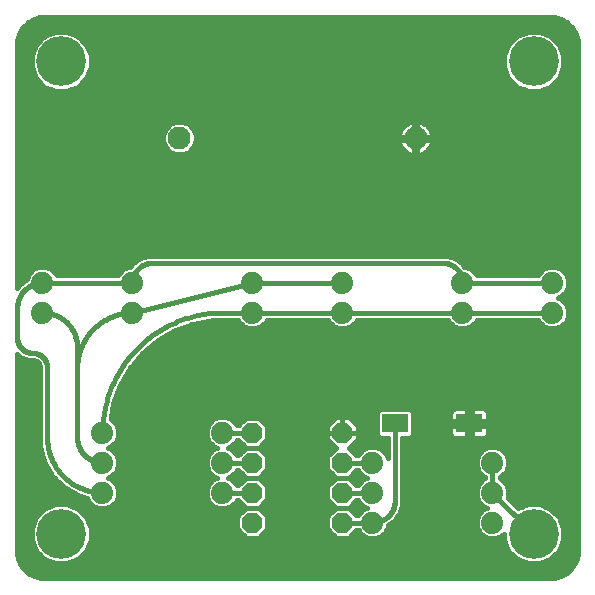
<source format=gtl>
G75*
%MOIN*%
%OFA0B0*%
%FSLAX25Y25*%
%IPPOS*%
%LPD*%
%AMOC8*
5,1,8,0,0,1.08239X$1,22.5*
%
%ADD10C,0.07677*%
%ADD11C,0.07400*%
%ADD12R,0.09055X0.06299*%
%ADD13OC8,0.06800*%
%ADD14C,0.01600*%
%ADD15C,0.05906*%
%ADD16C,0.16598*%
D10*
X0072366Y0164886D03*
X0151106Y0164886D03*
D11*
X0166736Y0116736D03*
X0166736Y0106736D03*
X0196736Y0106736D03*
X0196736Y0116736D03*
X0176736Y0056736D03*
X0176736Y0046736D03*
X0176736Y0036736D03*
X0136736Y0036736D03*
X0136736Y0046736D03*
X0136736Y0056736D03*
X0126736Y0106736D03*
X0126736Y0116736D03*
X0096736Y0116736D03*
X0096736Y0106736D03*
X0056736Y0106736D03*
X0056736Y0116736D03*
X0026736Y0116736D03*
X0026736Y0106736D03*
X0046736Y0066736D03*
X0046736Y0056736D03*
X0046736Y0046736D03*
X0086736Y0046736D03*
X0086736Y0056736D03*
X0086736Y0066736D03*
D12*
X0144217Y0069807D03*
X0169020Y0069807D03*
D13*
X0126736Y0066736D03*
X0126736Y0056736D03*
X0126736Y0046736D03*
X0126736Y0036736D03*
X0096736Y0036736D03*
X0096736Y0046736D03*
X0096736Y0056736D03*
X0096736Y0066736D03*
D14*
X0020536Y0021304D02*
X0202937Y0021304D01*
X0203420Y0021787D02*
X0201686Y0020052D01*
X0199562Y0018826D01*
X0197193Y0018191D01*
X0195966Y0018111D01*
X0027506Y0018111D01*
X0026280Y0018191D01*
X0023911Y0018826D01*
X0021787Y0020052D01*
X0020052Y0021787D01*
X0018826Y0023911D01*
X0018191Y0026280D01*
X0018111Y0027506D01*
X0018111Y0093046D01*
X0019119Y0092038D01*
X0019119Y0092038D01*
X0021839Y0090911D01*
X0023311Y0090911D01*
X0023818Y0090861D01*
X0024755Y0090473D01*
X0025473Y0089755D01*
X0025861Y0088818D01*
X0025911Y0088311D01*
X0025911Y0062420D01*
X0027330Y0057123D01*
X0030072Y0052374D01*
X0033949Y0048497D01*
X0033949Y0048497D01*
X0038698Y0045755D01*
X0041744Y0044939D01*
X0042243Y0043734D01*
X0043734Y0042243D01*
X0045682Y0041436D01*
X0047790Y0041436D01*
X0049738Y0042243D01*
X0051229Y0043734D01*
X0052036Y0045682D01*
X0052036Y0047790D01*
X0051229Y0049738D01*
X0049738Y0051229D01*
X0048515Y0051736D01*
X0049738Y0052243D01*
X0051229Y0053734D01*
X0052036Y0055682D01*
X0052036Y0057790D01*
X0051229Y0059738D01*
X0049738Y0061229D01*
X0048515Y0061736D01*
X0049738Y0062243D01*
X0051229Y0063734D01*
X0052036Y0065682D01*
X0052036Y0067790D01*
X0051229Y0069738D01*
X0049738Y0071229D01*
X0049510Y0071324D01*
X0050417Y0076468D01*
X0052659Y0082627D01*
X0055936Y0088303D01*
X0060149Y0093323D01*
X0065170Y0097536D01*
X0070846Y0100813D01*
X0077005Y0103055D01*
X0083459Y0104193D01*
X0086736Y0104336D01*
X0091994Y0104336D01*
X0092243Y0103734D01*
X0093734Y0102243D01*
X0095682Y0101436D01*
X0097790Y0101436D01*
X0099738Y0102243D01*
X0101229Y0103734D01*
X0101479Y0104336D01*
X0121994Y0104336D01*
X0122243Y0103734D01*
X0123734Y0102243D01*
X0125682Y0101436D01*
X0127790Y0101436D01*
X0129738Y0102243D01*
X0131229Y0103734D01*
X0131479Y0104336D01*
X0161994Y0104336D01*
X0162243Y0103734D01*
X0163734Y0102243D01*
X0165682Y0101436D01*
X0167790Y0101436D01*
X0169738Y0102243D01*
X0171229Y0103734D01*
X0171479Y0104336D01*
X0191994Y0104336D01*
X0192243Y0103734D01*
X0193734Y0102243D01*
X0195682Y0101436D01*
X0197790Y0101436D01*
X0199738Y0102243D01*
X0201229Y0103734D01*
X0202036Y0105682D01*
X0202036Y0107790D01*
X0201229Y0109738D01*
X0199738Y0111229D01*
X0198515Y0111736D01*
X0199738Y0112243D01*
X0201229Y0113734D01*
X0202036Y0115682D01*
X0202036Y0117790D01*
X0201229Y0119738D01*
X0199738Y0121229D01*
X0197790Y0122036D01*
X0195682Y0122036D01*
X0193734Y0121229D01*
X0192243Y0119738D01*
X0191994Y0119136D01*
X0171479Y0119136D01*
X0171229Y0119738D01*
X0169738Y0121229D01*
X0167790Y0122036D01*
X0167404Y0122036D01*
X0166587Y0123161D01*
X0166587Y0123161D01*
X0166587Y0123161D01*
X0164287Y0124832D01*
X0164287Y0124832D01*
X0161583Y0125711D01*
X0062834Y0125711D01*
X0061890Y0125711D01*
X0061890Y0125711D01*
X0059186Y0124832D01*
X0056886Y0123161D01*
X0056068Y0122036D01*
X0055682Y0122036D01*
X0053734Y0121229D01*
X0052243Y0119738D01*
X0051994Y0119136D01*
X0031479Y0119136D01*
X0031229Y0119738D01*
X0029738Y0121229D01*
X0027790Y0122036D01*
X0025682Y0122036D01*
X0023734Y0121229D01*
X0022243Y0119738D01*
X0021466Y0117863D01*
X0018986Y0116061D01*
X0018111Y0114856D01*
X0018111Y0195966D01*
X0018191Y0197193D01*
X0018826Y0199562D01*
X0020052Y0201686D01*
X0021787Y0203420D01*
X0023911Y0204646D01*
X0026280Y0205281D01*
X0027506Y0205361D01*
X0195966Y0205361D01*
X0197193Y0205281D01*
X0199562Y0204646D01*
X0201686Y0203420D01*
X0203420Y0201686D01*
X0204646Y0199562D01*
X0205281Y0197193D01*
X0205361Y0195966D01*
X0205361Y0027506D01*
X0205281Y0026280D01*
X0204646Y0023911D01*
X0203420Y0021787D01*
X0204064Y0022902D02*
X0019409Y0022902D01*
X0018668Y0024501D02*
X0027638Y0024501D01*
X0027389Y0024604D02*
X0031027Y0023097D01*
X0034965Y0023097D01*
X0038604Y0024604D01*
X0041388Y0027389D01*
X0042895Y0031027D01*
X0042895Y0034965D01*
X0041388Y0038604D01*
X0038604Y0041388D01*
X0034965Y0042895D01*
X0031027Y0042895D01*
X0027389Y0041388D01*
X0024604Y0038604D01*
X0023097Y0034965D01*
X0023097Y0031027D01*
X0024604Y0027389D01*
X0027389Y0024604D01*
X0025893Y0026099D02*
X0018240Y0026099D01*
X0018111Y0027698D02*
X0024476Y0027698D01*
X0023814Y0029296D02*
X0018111Y0029296D01*
X0018111Y0030895D02*
X0023152Y0030895D01*
X0023097Y0032493D02*
X0018111Y0032493D01*
X0018111Y0034092D02*
X0023097Y0034092D01*
X0023397Y0035690D02*
X0018111Y0035690D01*
X0018111Y0037289D02*
X0024059Y0037289D01*
X0024888Y0038887D02*
X0018111Y0038887D01*
X0018111Y0040486D02*
X0026486Y0040486D01*
X0029069Y0042084D02*
X0018111Y0042084D01*
X0018111Y0043683D02*
X0042294Y0043683D01*
X0044118Y0042084D02*
X0036923Y0042084D01*
X0039506Y0040486D02*
X0093415Y0040486D01*
X0094665Y0041736D02*
X0091736Y0038807D01*
X0091736Y0034665D01*
X0094665Y0031736D01*
X0098807Y0031736D01*
X0101736Y0034665D01*
X0101736Y0038807D01*
X0098807Y0041736D01*
X0094665Y0041736D01*
X0098807Y0041736D01*
X0101736Y0044665D01*
X0101736Y0048807D01*
X0098807Y0051736D01*
X0094665Y0051736D01*
X0092065Y0049136D01*
X0091479Y0049136D01*
X0091229Y0049738D01*
X0089738Y0051229D01*
X0088515Y0051736D01*
X0089738Y0052243D01*
X0091229Y0053734D01*
X0091479Y0054336D01*
X0092065Y0054336D01*
X0094665Y0051736D01*
X0098807Y0051736D01*
X0101736Y0054665D01*
X0101736Y0058807D01*
X0098807Y0061736D01*
X0094665Y0061736D01*
X0092065Y0059136D01*
X0091479Y0059136D01*
X0091229Y0059738D01*
X0089738Y0061229D01*
X0088515Y0061736D01*
X0089738Y0062243D01*
X0091229Y0063734D01*
X0091479Y0064336D01*
X0092065Y0064336D01*
X0094665Y0061736D01*
X0098807Y0061736D01*
X0101736Y0064665D01*
X0101736Y0068807D01*
X0098807Y0071736D01*
X0094665Y0071736D01*
X0092065Y0069136D01*
X0091479Y0069136D01*
X0091229Y0069738D01*
X0089738Y0071229D01*
X0087790Y0072036D01*
X0085682Y0072036D01*
X0083734Y0071229D01*
X0082243Y0069738D01*
X0081436Y0067790D01*
X0081436Y0065682D01*
X0082243Y0063734D01*
X0083734Y0062243D01*
X0084958Y0061736D01*
X0083734Y0061229D01*
X0082243Y0059738D01*
X0081436Y0057790D01*
X0081436Y0055682D01*
X0082243Y0053734D01*
X0083734Y0052243D01*
X0084958Y0051736D01*
X0083734Y0051229D01*
X0082243Y0049738D01*
X0081436Y0047790D01*
X0081436Y0045682D01*
X0082243Y0043734D01*
X0083734Y0042243D01*
X0085682Y0041436D01*
X0087790Y0041436D01*
X0089738Y0042243D01*
X0091229Y0043734D01*
X0091479Y0044336D01*
X0092065Y0044336D01*
X0094665Y0041736D01*
X0094317Y0042084D02*
X0089355Y0042084D01*
X0091178Y0043683D02*
X0092719Y0043683D01*
X0091816Y0038887D02*
X0041105Y0038887D01*
X0041933Y0037289D02*
X0091736Y0037289D01*
X0091736Y0035690D02*
X0042595Y0035690D01*
X0042895Y0034092D02*
X0092310Y0034092D01*
X0093908Y0032493D02*
X0042895Y0032493D01*
X0042840Y0030895D02*
X0180632Y0030895D01*
X0180577Y0031027D02*
X0182084Y0027389D01*
X0184869Y0024604D01*
X0188507Y0023097D01*
X0192445Y0023097D01*
X0196084Y0024604D01*
X0198869Y0027389D01*
X0200376Y0031027D01*
X0200376Y0034965D01*
X0198869Y0038604D01*
X0196084Y0041388D01*
X0192445Y0042895D01*
X0188507Y0042895D01*
X0185300Y0041567D01*
X0181787Y0045080D01*
X0182036Y0045682D01*
X0182036Y0047790D01*
X0181229Y0049738D01*
X0179738Y0051229D01*
X0179136Y0051479D01*
X0179136Y0051994D01*
X0179738Y0052243D01*
X0181229Y0053734D01*
X0182036Y0055682D01*
X0182036Y0057790D01*
X0181229Y0059738D01*
X0179738Y0061229D01*
X0177790Y0062036D01*
X0175682Y0062036D01*
X0173734Y0061229D01*
X0172243Y0059738D01*
X0171436Y0057790D01*
X0171436Y0055682D01*
X0172243Y0053734D01*
X0173734Y0052243D01*
X0174336Y0051994D01*
X0174336Y0051479D01*
X0173734Y0051229D01*
X0172243Y0049738D01*
X0171436Y0047790D01*
X0171436Y0045682D01*
X0172243Y0043734D01*
X0173734Y0042243D01*
X0174958Y0041736D01*
X0173734Y0041229D01*
X0172243Y0039738D01*
X0171436Y0037790D01*
X0171436Y0035682D01*
X0172243Y0033734D01*
X0173734Y0032243D01*
X0175682Y0031436D01*
X0177790Y0031436D01*
X0179738Y0032243D01*
X0180577Y0033082D01*
X0180577Y0031027D01*
X0180577Y0032493D02*
X0179988Y0032493D01*
X0181294Y0029296D02*
X0042178Y0029296D01*
X0041516Y0027698D02*
X0181956Y0027698D01*
X0183374Y0026099D02*
X0040099Y0026099D01*
X0038354Y0024501D02*
X0185118Y0024501D01*
X0190476Y0032996D02*
X0176736Y0046736D01*
X0176736Y0056736D01*
X0181701Y0054872D02*
X0205361Y0054872D01*
X0205361Y0053274D02*
X0180769Y0053274D01*
X0179136Y0051675D02*
X0205361Y0051675D01*
X0205361Y0050077D02*
X0180891Y0050077D01*
X0181751Y0048478D02*
X0205361Y0048478D01*
X0205361Y0046880D02*
X0182036Y0046880D01*
X0181870Y0045281D02*
X0205361Y0045281D01*
X0205361Y0043683D02*
X0183184Y0043683D01*
X0184782Y0042084D02*
X0186549Y0042084D01*
X0194403Y0042084D02*
X0205361Y0042084D01*
X0205361Y0040486D02*
X0196986Y0040486D01*
X0198585Y0038887D02*
X0205361Y0038887D01*
X0205361Y0037289D02*
X0199413Y0037289D01*
X0200075Y0035690D02*
X0205361Y0035690D01*
X0205361Y0034092D02*
X0200376Y0034092D01*
X0200376Y0032493D02*
X0205361Y0032493D01*
X0205361Y0030895D02*
X0200321Y0030895D01*
X0199659Y0029296D02*
X0205361Y0029296D01*
X0205361Y0027698D02*
X0198997Y0027698D01*
X0197579Y0026099D02*
X0205233Y0026099D01*
X0204804Y0024501D02*
X0195834Y0024501D01*
X0201084Y0019705D02*
X0022388Y0019705D01*
X0018111Y0045281D02*
X0040468Y0045281D01*
X0038698Y0045755D02*
X0038698Y0045755D01*
X0036751Y0046880D02*
X0018111Y0046880D01*
X0018111Y0048478D02*
X0033982Y0048478D01*
X0032370Y0050077D02*
X0018111Y0050077D01*
X0018111Y0051675D02*
X0030771Y0051675D01*
X0030072Y0052374D02*
X0030072Y0052374D01*
X0029553Y0053274D02*
X0018111Y0053274D01*
X0018111Y0054872D02*
X0028630Y0054872D01*
X0027707Y0056471D02*
X0018111Y0056471D01*
X0018111Y0058069D02*
X0027077Y0058069D01*
X0027330Y0057123D02*
X0027330Y0057123D01*
X0026648Y0059668D02*
X0018111Y0059668D01*
X0018111Y0061266D02*
X0026220Y0061266D01*
X0025911Y0062865D02*
X0018111Y0062865D01*
X0018111Y0064463D02*
X0025911Y0064463D01*
X0025911Y0066062D02*
X0018111Y0066062D01*
X0018111Y0067660D02*
X0025911Y0067660D01*
X0025911Y0069259D02*
X0018111Y0069259D01*
X0018111Y0070857D02*
X0025911Y0070857D01*
X0025911Y0072456D02*
X0018111Y0072456D01*
X0018111Y0074054D02*
X0025911Y0074054D01*
X0025911Y0075653D02*
X0018111Y0075653D01*
X0018111Y0077251D02*
X0025911Y0077251D01*
X0025911Y0078850D02*
X0018111Y0078850D01*
X0018111Y0080448D02*
X0025911Y0080448D01*
X0025911Y0082047D02*
X0018111Y0082047D01*
X0018111Y0083646D02*
X0025911Y0083646D01*
X0025911Y0085244D02*
X0018111Y0085244D01*
X0018111Y0086843D02*
X0025911Y0086843D01*
X0025898Y0088441D02*
X0018111Y0088441D01*
X0018111Y0090040D02*
X0025189Y0090040D01*
X0028311Y0088311D02*
X0028309Y0088451D01*
X0028303Y0088591D01*
X0028293Y0088731D01*
X0028280Y0088871D01*
X0028262Y0089010D01*
X0028240Y0089149D01*
X0028215Y0089286D01*
X0028186Y0089424D01*
X0028153Y0089560D01*
X0028116Y0089695D01*
X0028075Y0089829D01*
X0028030Y0089962D01*
X0027982Y0090094D01*
X0027930Y0090224D01*
X0027875Y0090353D01*
X0027816Y0090480D01*
X0027753Y0090606D01*
X0027687Y0090730D01*
X0027618Y0090851D01*
X0027545Y0090971D01*
X0027468Y0091089D01*
X0027389Y0091204D01*
X0027306Y0091318D01*
X0027220Y0091428D01*
X0027131Y0091537D01*
X0027039Y0091643D01*
X0026944Y0091746D01*
X0026847Y0091847D01*
X0026746Y0091944D01*
X0026643Y0092039D01*
X0026537Y0092131D01*
X0026428Y0092220D01*
X0026318Y0092306D01*
X0026204Y0092389D01*
X0026089Y0092468D01*
X0025971Y0092545D01*
X0025851Y0092618D01*
X0025730Y0092687D01*
X0025606Y0092753D01*
X0025480Y0092816D01*
X0025353Y0092875D01*
X0025224Y0092930D01*
X0025094Y0092982D01*
X0024962Y0093030D01*
X0024829Y0093075D01*
X0024695Y0093116D01*
X0024560Y0093153D01*
X0024424Y0093186D01*
X0024286Y0093215D01*
X0024149Y0093240D01*
X0024010Y0093262D01*
X0023871Y0093280D01*
X0023731Y0093293D01*
X0023591Y0093303D01*
X0023451Y0093309D01*
X0023311Y0093311D01*
X0026736Y0106736D02*
X0027016Y0106733D01*
X0027295Y0106722D01*
X0027574Y0106706D01*
X0027853Y0106682D01*
X0028131Y0106652D01*
X0028408Y0106615D01*
X0028685Y0106571D01*
X0028960Y0106520D01*
X0029234Y0106463D01*
X0029506Y0106400D01*
X0029777Y0106329D01*
X0030046Y0106253D01*
X0030313Y0106169D01*
X0030578Y0106080D01*
X0030841Y0105984D01*
X0031101Y0105881D01*
X0031359Y0105773D01*
X0031614Y0105658D01*
X0031866Y0105537D01*
X0032115Y0105410D01*
X0032361Y0105277D01*
X0032604Y0105138D01*
X0032843Y0104994D01*
X0033079Y0104843D01*
X0033311Y0104687D01*
X0033540Y0104525D01*
X0033764Y0104358D01*
X0033984Y0104186D01*
X0034200Y0104008D01*
X0034412Y0103825D01*
X0034619Y0103637D01*
X0034821Y0103444D01*
X0035019Y0103246D01*
X0035212Y0103044D01*
X0035400Y0102837D01*
X0035583Y0102625D01*
X0035761Y0102409D01*
X0035933Y0102189D01*
X0036100Y0101965D01*
X0036262Y0101736D01*
X0036418Y0101504D01*
X0036569Y0101268D01*
X0036713Y0101029D01*
X0036852Y0100786D01*
X0036985Y0100540D01*
X0037112Y0100291D01*
X0037233Y0100039D01*
X0037348Y0099784D01*
X0037456Y0099526D01*
X0037559Y0099266D01*
X0037655Y0099003D01*
X0037744Y0098738D01*
X0037828Y0098471D01*
X0037904Y0098202D01*
X0037975Y0097931D01*
X0038038Y0097659D01*
X0038095Y0097385D01*
X0038146Y0097110D01*
X0038190Y0096833D01*
X0038227Y0096556D01*
X0038257Y0096278D01*
X0038281Y0095999D01*
X0038297Y0095720D01*
X0038308Y0095441D01*
X0038311Y0095161D01*
X0038311Y0088311D01*
X0038311Y0083311D01*
X0038311Y0065161D01*
X0038313Y0064957D01*
X0038321Y0064754D01*
X0038333Y0064551D01*
X0038350Y0064348D01*
X0038372Y0064145D01*
X0038399Y0063944D01*
X0038431Y0063743D01*
X0038468Y0063542D01*
X0038509Y0063343D01*
X0038556Y0063145D01*
X0038607Y0062948D01*
X0038663Y0062752D01*
X0038723Y0062558D01*
X0038789Y0062365D01*
X0038858Y0062173D01*
X0038933Y0061984D01*
X0039012Y0061796D01*
X0039096Y0061611D01*
X0039184Y0061427D01*
X0039276Y0061246D01*
X0039373Y0061067D01*
X0039474Y0060890D01*
X0039579Y0060716D01*
X0039689Y0060544D01*
X0039802Y0060375D01*
X0039920Y0060209D01*
X0040042Y0060046D01*
X0040167Y0059885D01*
X0040297Y0059728D01*
X0040430Y0059574D01*
X0040567Y0059423D01*
X0040707Y0059276D01*
X0040851Y0059132D01*
X0040998Y0058992D01*
X0041149Y0058855D01*
X0041303Y0058722D01*
X0041460Y0058592D01*
X0041621Y0058467D01*
X0041784Y0058345D01*
X0041950Y0058227D01*
X0042119Y0058114D01*
X0042291Y0058004D01*
X0042465Y0057899D01*
X0042642Y0057798D01*
X0042821Y0057701D01*
X0043002Y0057609D01*
X0043186Y0057521D01*
X0043371Y0057437D01*
X0043559Y0057358D01*
X0043748Y0057283D01*
X0043940Y0057214D01*
X0044133Y0057148D01*
X0044327Y0057088D01*
X0044523Y0057032D01*
X0044720Y0056981D01*
X0044918Y0056934D01*
X0045117Y0056893D01*
X0045318Y0056856D01*
X0045519Y0056824D01*
X0045720Y0056797D01*
X0045923Y0056775D01*
X0046126Y0056758D01*
X0046329Y0056746D01*
X0046532Y0056738D01*
X0046736Y0056736D01*
X0050769Y0053274D02*
X0082703Y0053274D01*
X0081772Y0054872D02*
X0051701Y0054872D01*
X0052036Y0056471D02*
X0081436Y0056471D01*
X0081552Y0058069D02*
X0051921Y0058069D01*
X0051259Y0059668D02*
X0082214Y0059668D01*
X0083823Y0061266D02*
X0049649Y0061266D01*
X0050360Y0062865D02*
X0083112Y0062865D01*
X0081941Y0064463D02*
X0051531Y0064463D01*
X0052036Y0066062D02*
X0081436Y0066062D01*
X0081436Y0067660D02*
X0052036Y0067660D01*
X0051428Y0069259D02*
X0082044Y0069259D01*
X0083362Y0070857D02*
X0050110Y0070857D01*
X0049710Y0072456D02*
X0138089Y0072456D01*
X0138089Y0073619D02*
X0138089Y0065995D01*
X0139026Y0065057D01*
X0141817Y0065057D01*
X0141817Y0058321D01*
X0141229Y0059738D01*
X0139738Y0061229D01*
X0137790Y0062036D01*
X0135682Y0062036D01*
X0133734Y0061229D01*
X0132243Y0059738D01*
X0131994Y0059136D01*
X0131407Y0059136D01*
X0128949Y0061595D01*
X0131936Y0064582D01*
X0131936Y0066736D01*
X0126736Y0066736D01*
X0121536Y0066736D01*
X0121536Y0064582D01*
X0124524Y0061595D01*
X0121736Y0058807D01*
X0121736Y0054665D01*
X0124665Y0051736D01*
X0121736Y0048807D01*
X0121736Y0044665D01*
X0124665Y0041736D01*
X0121736Y0038807D01*
X0121736Y0034665D01*
X0124665Y0031736D01*
X0128807Y0031736D01*
X0131407Y0034336D01*
X0131994Y0034336D01*
X0132243Y0033734D01*
X0133734Y0032243D01*
X0135682Y0031436D01*
X0137790Y0031436D01*
X0139738Y0032243D01*
X0141229Y0033734D01*
X0142036Y0035682D01*
X0142036Y0035854D01*
X0143810Y0037143D01*
X0145649Y0039675D01*
X0146617Y0042652D01*
X0146617Y0065057D01*
X0149407Y0065057D01*
X0150344Y0065995D01*
X0150344Y0073619D01*
X0149407Y0074557D01*
X0139026Y0074557D01*
X0138089Y0073619D01*
X0138524Y0074054D02*
X0049992Y0074054D01*
X0050274Y0075653D02*
X0205361Y0075653D01*
X0205361Y0077251D02*
X0050703Y0077251D01*
X0051284Y0078850D02*
X0205361Y0078850D01*
X0205361Y0080448D02*
X0051866Y0080448D01*
X0052448Y0082047D02*
X0205361Y0082047D01*
X0205361Y0083646D02*
X0053247Y0083646D01*
X0054170Y0085244D02*
X0205361Y0085244D01*
X0205361Y0086843D02*
X0055093Y0086843D01*
X0056052Y0088441D02*
X0205361Y0088441D01*
X0205361Y0090040D02*
X0057393Y0090040D01*
X0056736Y0106736D02*
X0056291Y0106731D01*
X0055846Y0106714D01*
X0055401Y0106688D01*
X0054958Y0106650D01*
X0054515Y0106602D01*
X0054074Y0106543D01*
X0053634Y0106473D01*
X0053196Y0106393D01*
X0052760Y0106302D01*
X0052327Y0106201D01*
X0051896Y0106089D01*
X0051467Y0105967D01*
X0051042Y0105834D01*
X0050621Y0105692D01*
X0050202Y0105539D01*
X0049788Y0105376D01*
X0049378Y0105203D01*
X0048972Y0105020D01*
X0048570Y0104828D01*
X0048173Y0104626D01*
X0047782Y0104414D01*
X0047395Y0104193D01*
X0047014Y0103962D01*
X0046639Y0103723D01*
X0046269Y0103474D01*
X0045906Y0103217D01*
X0045549Y0102951D01*
X0045199Y0102676D01*
X0044855Y0102394D01*
X0044518Y0102102D01*
X0044188Y0101803D01*
X0043866Y0101496D01*
X0043551Y0101181D01*
X0043244Y0100859D01*
X0042945Y0100529D01*
X0042653Y0100192D01*
X0042371Y0099848D01*
X0042096Y0099498D01*
X0041830Y0099141D01*
X0041573Y0098778D01*
X0041324Y0098408D01*
X0041085Y0098033D01*
X0040854Y0097652D01*
X0040633Y0097265D01*
X0040421Y0096874D01*
X0040219Y0096477D01*
X0040027Y0096075D01*
X0039844Y0095669D01*
X0039671Y0095259D01*
X0039508Y0094845D01*
X0039355Y0094426D01*
X0039213Y0094005D01*
X0039080Y0093580D01*
X0038958Y0093151D01*
X0038846Y0092720D01*
X0038745Y0092287D01*
X0038654Y0091851D01*
X0038574Y0091413D01*
X0038504Y0090973D01*
X0038445Y0090532D01*
X0038397Y0090089D01*
X0038359Y0089646D01*
X0038333Y0089201D01*
X0038316Y0088756D01*
X0038311Y0088311D01*
X0028311Y0088311D02*
X0028311Y0065161D01*
X0028316Y0064716D01*
X0028333Y0064271D01*
X0028359Y0063826D01*
X0028397Y0063383D01*
X0028445Y0062940D01*
X0028504Y0062499D01*
X0028574Y0062059D01*
X0028654Y0061621D01*
X0028745Y0061185D01*
X0028846Y0060752D01*
X0028958Y0060321D01*
X0029080Y0059892D01*
X0029213Y0059467D01*
X0029355Y0059046D01*
X0029508Y0058627D01*
X0029671Y0058213D01*
X0029844Y0057803D01*
X0030027Y0057397D01*
X0030219Y0056995D01*
X0030421Y0056598D01*
X0030633Y0056207D01*
X0030854Y0055820D01*
X0031085Y0055439D01*
X0031324Y0055064D01*
X0031573Y0054694D01*
X0031830Y0054331D01*
X0032096Y0053974D01*
X0032371Y0053624D01*
X0032653Y0053280D01*
X0032945Y0052943D01*
X0033244Y0052613D01*
X0033551Y0052291D01*
X0033866Y0051976D01*
X0034188Y0051669D01*
X0034518Y0051370D01*
X0034855Y0051078D01*
X0035199Y0050796D01*
X0035549Y0050521D01*
X0035906Y0050255D01*
X0036269Y0049998D01*
X0036639Y0049749D01*
X0037014Y0049510D01*
X0037395Y0049279D01*
X0037782Y0049058D01*
X0038173Y0048846D01*
X0038570Y0048644D01*
X0038972Y0048452D01*
X0039378Y0048269D01*
X0039788Y0048096D01*
X0040202Y0047933D01*
X0040621Y0047780D01*
X0041042Y0047638D01*
X0041467Y0047505D01*
X0041896Y0047383D01*
X0042327Y0047271D01*
X0042760Y0047170D01*
X0043196Y0047079D01*
X0043634Y0046999D01*
X0044074Y0046929D01*
X0044515Y0046870D01*
X0044958Y0046822D01*
X0045401Y0046784D01*
X0045846Y0046758D01*
X0046291Y0046741D01*
X0046736Y0046736D01*
X0050891Y0050077D02*
X0082581Y0050077D01*
X0081721Y0048478D02*
X0051751Y0048478D01*
X0052036Y0046880D02*
X0081436Y0046880D01*
X0081602Y0045281D02*
X0051870Y0045281D01*
X0051178Y0043683D02*
X0082294Y0043683D01*
X0084118Y0042084D02*
X0049355Y0042084D01*
X0048662Y0051675D02*
X0084811Y0051675D01*
X0088662Y0051675D02*
X0094604Y0051675D01*
X0093128Y0053274D02*
X0090769Y0053274D01*
X0090891Y0050077D02*
X0093006Y0050077D01*
X0096736Y0046736D02*
X0086736Y0046736D01*
X0086736Y0056736D02*
X0096736Y0056736D01*
X0100345Y0053274D02*
X0123128Y0053274D01*
X0121736Y0054872D02*
X0101736Y0054872D01*
X0101736Y0056471D02*
X0121736Y0056471D01*
X0121736Y0058069D02*
X0101736Y0058069D01*
X0100876Y0059668D02*
X0122597Y0059668D01*
X0124195Y0061266D02*
X0099277Y0061266D01*
X0099936Y0062865D02*
X0123254Y0062865D01*
X0121655Y0064463D02*
X0101534Y0064463D01*
X0101736Y0066062D02*
X0121536Y0066062D01*
X0121536Y0066736D02*
X0126736Y0066736D01*
X0126736Y0066736D01*
X0126736Y0071936D01*
X0124582Y0071936D01*
X0121536Y0068890D01*
X0121536Y0066736D01*
X0121536Y0067660D02*
X0101736Y0067660D01*
X0101285Y0069259D02*
X0121905Y0069259D01*
X0123504Y0070857D02*
X0099686Y0070857D01*
X0096736Y0066736D02*
X0086736Y0066736D01*
X0086736Y0106736D02*
X0085769Y0106724D01*
X0084803Y0106689D01*
X0083839Y0106631D01*
X0082875Y0106549D01*
X0081915Y0106444D01*
X0080956Y0106316D01*
X0080002Y0106165D01*
X0079051Y0105991D01*
X0078105Y0105794D01*
X0077163Y0105574D01*
X0076228Y0105331D01*
X0075298Y0105066D01*
X0074375Y0104778D01*
X0073460Y0104468D01*
X0072552Y0104137D01*
X0071652Y0103783D01*
X0070761Y0103408D01*
X0069880Y0103011D01*
X0069008Y0102593D01*
X0068147Y0102154D01*
X0067297Y0101695D01*
X0066458Y0101215D01*
X0065630Y0100715D01*
X0064815Y0100195D01*
X0064013Y0099655D01*
X0063225Y0099097D01*
X0062449Y0098519D01*
X0061689Y0097923D01*
X0060942Y0097309D01*
X0060211Y0096676D01*
X0059495Y0096027D01*
X0058796Y0095360D01*
X0058112Y0094676D01*
X0057445Y0093977D01*
X0056796Y0093261D01*
X0056163Y0092530D01*
X0055549Y0091783D01*
X0054953Y0091023D01*
X0054375Y0090247D01*
X0053817Y0089459D01*
X0053277Y0088657D01*
X0052757Y0087842D01*
X0052257Y0087014D01*
X0051777Y0086175D01*
X0051318Y0085325D01*
X0050879Y0084464D01*
X0050461Y0083592D01*
X0050064Y0082711D01*
X0049689Y0081820D01*
X0049335Y0080920D01*
X0049004Y0080012D01*
X0048694Y0079097D01*
X0048406Y0078174D01*
X0048141Y0077244D01*
X0047898Y0076309D01*
X0047678Y0075367D01*
X0047481Y0074421D01*
X0047307Y0073470D01*
X0047156Y0072516D01*
X0047028Y0071557D01*
X0046923Y0070597D01*
X0046841Y0069633D01*
X0046783Y0068669D01*
X0046748Y0067703D01*
X0046736Y0066736D01*
X0058735Y0091638D02*
X0205361Y0091638D01*
X0205361Y0093237D02*
X0060076Y0093237D01*
X0061951Y0094835D02*
X0205361Y0094835D01*
X0205361Y0096434D02*
X0063856Y0096434D01*
X0066028Y0098032D02*
X0205361Y0098032D01*
X0205361Y0099631D02*
X0068797Y0099631D01*
X0071988Y0101229D02*
X0205361Y0101229D01*
X0205361Y0102828D02*
X0200323Y0102828D01*
X0201516Y0104426D02*
X0205361Y0104426D01*
X0205361Y0106025D02*
X0202036Y0106025D01*
X0202036Y0107623D02*
X0205361Y0107623D01*
X0205361Y0109222D02*
X0201443Y0109222D01*
X0200148Y0110820D02*
X0205361Y0110820D01*
X0205361Y0112419D02*
X0199914Y0112419D01*
X0201347Y0114017D02*
X0205361Y0114017D01*
X0205361Y0115616D02*
X0202009Y0115616D01*
X0202036Y0117214D02*
X0205361Y0117214D01*
X0205361Y0118813D02*
X0201613Y0118813D01*
X0200556Y0120411D02*
X0205361Y0120411D01*
X0205361Y0122010D02*
X0197854Y0122010D01*
X0195618Y0122010D02*
X0167854Y0122010D01*
X0165972Y0123608D02*
X0205361Y0123608D01*
X0205361Y0125207D02*
X0163135Y0125207D01*
X0160161Y0123311D02*
X0063311Y0123311D01*
X0060338Y0125207D02*
X0018111Y0125207D01*
X0018111Y0126805D02*
X0205361Y0126805D01*
X0205361Y0128404D02*
X0018111Y0128404D01*
X0018111Y0130002D02*
X0205361Y0130002D01*
X0205361Y0131601D02*
X0018111Y0131601D01*
X0018111Y0133199D02*
X0205361Y0133199D01*
X0205361Y0134798D02*
X0018111Y0134798D01*
X0018111Y0136396D02*
X0205361Y0136396D01*
X0205361Y0137995D02*
X0018111Y0137995D01*
X0018111Y0139593D02*
X0205361Y0139593D01*
X0205361Y0141192D02*
X0018111Y0141192D01*
X0018111Y0142790D02*
X0205361Y0142790D01*
X0205361Y0144389D02*
X0018111Y0144389D01*
X0018111Y0145987D02*
X0205361Y0145987D01*
X0205361Y0147586D02*
X0018111Y0147586D01*
X0018111Y0149184D02*
X0205361Y0149184D01*
X0205361Y0150783D02*
X0018111Y0150783D01*
X0018111Y0152382D02*
X0205361Y0152382D01*
X0205361Y0153980D02*
X0018111Y0153980D01*
X0018111Y0155579D02*
X0205361Y0155579D01*
X0205361Y0157177D02*
X0018111Y0157177D01*
X0018111Y0158776D02*
X0205361Y0158776D01*
X0205361Y0160374D02*
X0154489Y0160374D01*
X0154780Y0160585D02*
X0155407Y0161213D01*
X0155929Y0161931D01*
X0156332Y0162721D01*
X0156606Y0163565D01*
X0156739Y0164406D01*
X0151586Y0164406D01*
X0151586Y0159253D01*
X0152427Y0159386D01*
X0153271Y0159660D01*
X0154062Y0160063D01*
X0154780Y0160585D01*
X0155950Y0161973D02*
X0205361Y0161973D01*
X0205361Y0163571D02*
X0156607Y0163571D01*
X0156739Y0165365D02*
X0156606Y0166206D01*
X0156332Y0167050D01*
X0155929Y0167841D01*
X0155407Y0168559D01*
X0154780Y0169187D01*
X0154062Y0169708D01*
X0153271Y0170111D01*
X0152427Y0170386D01*
X0151586Y0170519D01*
X0151586Y0165365D01*
X0156739Y0165365D01*
X0156423Y0166768D02*
X0205361Y0166768D01*
X0205361Y0165170D02*
X0151586Y0165170D01*
X0151586Y0165365D02*
X0151586Y0164406D01*
X0150627Y0164406D01*
X0150627Y0159253D01*
X0149786Y0159386D01*
X0148942Y0159660D01*
X0148151Y0160063D01*
X0147433Y0160585D01*
X0146805Y0161213D01*
X0146284Y0161931D01*
X0145881Y0162721D01*
X0145607Y0163565D01*
X0145473Y0164406D01*
X0150627Y0164406D01*
X0150627Y0165365D01*
X0145473Y0165365D01*
X0145607Y0166206D01*
X0145881Y0167050D01*
X0146284Y0167841D01*
X0146805Y0168559D01*
X0147433Y0169187D01*
X0148151Y0169708D01*
X0148942Y0170111D01*
X0149786Y0170386D01*
X0150627Y0170519D01*
X0150627Y0165365D01*
X0151586Y0165365D01*
X0150627Y0165170D02*
X0077805Y0165170D01*
X0077805Y0165968D02*
X0077805Y0163804D01*
X0076977Y0161805D01*
X0075447Y0160275D01*
X0073448Y0159447D01*
X0071284Y0159447D01*
X0069285Y0160275D01*
X0067756Y0161805D01*
X0066928Y0163804D01*
X0066928Y0165968D01*
X0067756Y0167967D01*
X0069285Y0169496D01*
X0071284Y0170324D01*
X0073448Y0170324D01*
X0075447Y0169496D01*
X0076977Y0167967D01*
X0077805Y0165968D01*
X0077473Y0166768D02*
X0145789Y0166768D01*
X0146666Y0168367D02*
X0076577Y0168367D01*
X0074315Y0169965D02*
X0148655Y0169965D01*
X0150627Y0169965D02*
X0151586Y0169965D01*
X0151586Y0168367D02*
X0150627Y0168367D01*
X0150627Y0166768D02*
X0151586Y0166768D01*
X0151586Y0163571D02*
X0150627Y0163571D01*
X0150627Y0161973D02*
X0151586Y0161973D01*
X0151586Y0160374D02*
X0150627Y0160374D01*
X0147723Y0160374D02*
X0075546Y0160374D01*
X0077046Y0161973D02*
X0146262Y0161973D01*
X0145606Y0163571D02*
X0077708Y0163571D01*
X0070417Y0169965D02*
X0018111Y0169965D01*
X0018111Y0168367D02*
X0068156Y0168367D01*
X0067259Y0166768D02*
X0018111Y0166768D01*
X0018111Y0165170D02*
X0066928Y0165170D01*
X0067024Y0163571D02*
X0018111Y0163571D01*
X0018111Y0161973D02*
X0067686Y0161973D01*
X0069187Y0160374D02*
X0018111Y0160374D01*
X0018111Y0171564D02*
X0205361Y0171564D01*
X0205361Y0173162D02*
X0018111Y0173162D01*
X0018111Y0174761D02*
X0205361Y0174761D01*
X0205361Y0176359D02*
X0018111Y0176359D01*
X0018111Y0177958D02*
X0205361Y0177958D01*
X0205361Y0179556D02*
X0018111Y0179556D01*
X0018111Y0181155D02*
X0029633Y0181155D01*
X0031027Y0180577D02*
X0034965Y0180577D01*
X0038604Y0182084D01*
X0041388Y0184869D01*
X0042895Y0188507D01*
X0042895Y0192445D01*
X0041388Y0196084D01*
X0038604Y0198869D01*
X0034965Y0200376D01*
X0031027Y0200376D01*
X0027389Y0198869D01*
X0024604Y0196084D01*
X0023097Y0192445D01*
X0023097Y0188507D01*
X0024604Y0184869D01*
X0027389Y0182084D01*
X0031027Y0180577D01*
X0026720Y0182753D02*
X0018111Y0182753D01*
X0018111Y0184352D02*
X0025121Y0184352D01*
X0024156Y0185950D02*
X0018111Y0185950D01*
X0018111Y0187549D02*
X0023494Y0187549D01*
X0023097Y0189147D02*
X0018111Y0189147D01*
X0018111Y0190746D02*
X0023097Y0190746D01*
X0023097Y0192344D02*
X0018111Y0192344D01*
X0018111Y0193943D02*
X0023717Y0193943D01*
X0024379Y0195541D02*
X0018111Y0195541D01*
X0018188Y0197140D02*
X0025660Y0197140D01*
X0027258Y0198738D02*
X0018606Y0198738D01*
X0018826Y0199562D02*
X0018826Y0199562D01*
X0019274Y0200337D02*
X0030933Y0200337D01*
X0035059Y0200337D02*
X0188414Y0200337D01*
X0188507Y0200376D02*
X0184869Y0198869D01*
X0182084Y0196084D01*
X0180577Y0192445D01*
X0180577Y0188507D01*
X0182084Y0184869D01*
X0184869Y0182084D01*
X0188507Y0180577D01*
X0192445Y0180577D01*
X0196084Y0182084D01*
X0198869Y0184869D01*
X0200376Y0188507D01*
X0200376Y0192445D01*
X0198869Y0196084D01*
X0196084Y0198869D01*
X0192445Y0200376D01*
X0188507Y0200376D01*
X0192539Y0200337D02*
X0204199Y0200337D01*
X0204867Y0198738D02*
X0196214Y0198738D01*
X0197813Y0197140D02*
X0205284Y0197140D01*
X0205361Y0195541D02*
X0199093Y0195541D01*
X0199755Y0193943D02*
X0205361Y0193943D01*
X0205361Y0192344D02*
X0200376Y0192344D01*
X0200376Y0190746D02*
X0205361Y0190746D01*
X0205361Y0189147D02*
X0200376Y0189147D01*
X0199979Y0187549D02*
X0205361Y0187549D01*
X0205361Y0185950D02*
X0199316Y0185950D01*
X0198351Y0184352D02*
X0205361Y0184352D01*
X0205361Y0182753D02*
X0196753Y0182753D01*
X0193840Y0181155D02*
X0205361Y0181155D01*
X0205361Y0169965D02*
X0153558Y0169965D01*
X0155547Y0168367D02*
X0205361Y0168367D01*
X0187113Y0181155D02*
X0036359Y0181155D01*
X0039273Y0182753D02*
X0184200Y0182753D01*
X0182601Y0184352D02*
X0040871Y0184352D01*
X0041836Y0185950D02*
X0181636Y0185950D01*
X0180974Y0187549D02*
X0042498Y0187549D01*
X0042895Y0189147D02*
X0180577Y0189147D01*
X0180577Y0190746D02*
X0042895Y0190746D01*
X0042895Y0192344D02*
X0180577Y0192344D01*
X0181197Y0193943D02*
X0042275Y0193943D01*
X0041613Y0195541D02*
X0181860Y0195541D01*
X0183140Y0197140D02*
X0040332Y0197140D01*
X0038734Y0198738D02*
X0184739Y0198738D01*
X0197747Y0205132D02*
X0025725Y0205132D01*
X0021984Y0203534D02*
X0201488Y0203534D01*
X0203170Y0201935D02*
X0020302Y0201935D01*
X0018111Y0123608D02*
X0057501Y0123608D01*
X0056886Y0123161D02*
X0056886Y0123161D01*
X0055618Y0122010D02*
X0027854Y0122010D01*
X0025618Y0122010D02*
X0018111Y0122010D01*
X0018111Y0120411D02*
X0022916Y0120411D01*
X0021860Y0118813D02*
X0018111Y0118813D01*
X0018111Y0117214D02*
X0020574Y0117214D01*
X0018986Y0116061D02*
X0018986Y0116061D01*
X0018986Y0116061D01*
X0018663Y0115616D02*
X0018111Y0115616D01*
X0018311Y0108311D02*
X0018311Y0098311D01*
X0018313Y0098171D01*
X0018319Y0098031D01*
X0018329Y0097891D01*
X0018342Y0097751D01*
X0018360Y0097612D01*
X0018382Y0097473D01*
X0018407Y0097336D01*
X0018436Y0097198D01*
X0018469Y0097062D01*
X0018506Y0096927D01*
X0018547Y0096793D01*
X0018592Y0096660D01*
X0018640Y0096528D01*
X0018692Y0096398D01*
X0018747Y0096269D01*
X0018806Y0096142D01*
X0018869Y0096016D01*
X0018935Y0095892D01*
X0019004Y0095771D01*
X0019077Y0095651D01*
X0019154Y0095533D01*
X0019233Y0095418D01*
X0019316Y0095304D01*
X0019402Y0095194D01*
X0019491Y0095085D01*
X0019583Y0094979D01*
X0019678Y0094876D01*
X0019775Y0094775D01*
X0019876Y0094678D01*
X0019979Y0094583D01*
X0020085Y0094491D01*
X0020194Y0094402D01*
X0020304Y0094316D01*
X0020418Y0094233D01*
X0020533Y0094154D01*
X0020651Y0094077D01*
X0020771Y0094004D01*
X0020892Y0093935D01*
X0021016Y0093869D01*
X0021142Y0093806D01*
X0021269Y0093747D01*
X0021398Y0093692D01*
X0021528Y0093640D01*
X0021660Y0093592D01*
X0021793Y0093547D01*
X0021927Y0093506D01*
X0022062Y0093469D01*
X0022198Y0093436D01*
X0022336Y0093407D01*
X0022473Y0093382D01*
X0022612Y0093360D01*
X0022751Y0093342D01*
X0022891Y0093329D01*
X0023031Y0093319D01*
X0023171Y0093313D01*
X0023311Y0093311D01*
X0020084Y0091638D02*
X0018111Y0091638D01*
X0019119Y0092038D02*
X0019119Y0092038D01*
X0018311Y0108311D02*
X0018313Y0108515D01*
X0018321Y0108718D01*
X0018333Y0108921D01*
X0018350Y0109124D01*
X0018372Y0109327D01*
X0018399Y0109528D01*
X0018431Y0109729D01*
X0018468Y0109930D01*
X0018509Y0110129D01*
X0018556Y0110327D01*
X0018607Y0110524D01*
X0018663Y0110720D01*
X0018723Y0110914D01*
X0018789Y0111107D01*
X0018858Y0111299D01*
X0018933Y0111488D01*
X0019012Y0111676D01*
X0019096Y0111861D01*
X0019184Y0112045D01*
X0019276Y0112226D01*
X0019373Y0112405D01*
X0019474Y0112582D01*
X0019579Y0112756D01*
X0019689Y0112928D01*
X0019802Y0113097D01*
X0019920Y0113263D01*
X0020042Y0113426D01*
X0020167Y0113587D01*
X0020297Y0113744D01*
X0020430Y0113898D01*
X0020567Y0114049D01*
X0020707Y0114196D01*
X0020851Y0114340D01*
X0020998Y0114480D01*
X0021149Y0114617D01*
X0021303Y0114750D01*
X0021460Y0114880D01*
X0021621Y0115005D01*
X0021784Y0115127D01*
X0021950Y0115245D01*
X0022119Y0115358D01*
X0022291Y0115468D01*
X0022465Y0115573D01*
X0022642Y0115674D01*
X0022821Y0115771D01*
X0023002Y0115863D01*
X0023186Y0115951D01*
X0023371Y0116035D01*
X0023559Y0116114D01*
X0023748Y0116189D01*
X0023940Y0116258D01*
X0024133Y0116324D01*
X0024327Y0116384D01*
X0024523Y0116440D01*
X0024720Y0116491D01*
X0024918Y0116538D01*
X0025117Y0116579D01*
X0025318Y0116616D01*
X0025519Y0116648D01*
X0025720Y0116675D01*
X0025923Y0116697D01*
X0026126Y0116714D01*
X0026329Y0116726D01*
X0026532Y0116734D01*
X0026736Y0116736D01*
X0056736Y0116736D01*
X0052916Y0120411D02*
X0030556Y0120411D01*
X0056736Y0106736D02*
X0096736Y0116736D01*
X0126736Y0116736D01*
X0126736Y0106736D02*
X0166736Y0106736D01*
X0196736Y0106736D01*
X0193149Y0102828D02*
X0170323Y0102828D01*
X0163149Y0102828D02*
X0130323Y0102828D01*
X0126736Y0106736D02*
X0096736Y0106736D01*
X0086736Y0106736D01*
X0093149Y0102828D02*
X0076380Y0102828D01*
X0056736Y0116736D02*
X0056738Y0116897D01*
X0056744Y0117059D01*
X0056754Y0117220D01*
X0056768Y0117380D01*
X0056785Y0117541D01*
X0056807Y0117701D01*
X0056833Y0117860D01*
X0056862Y0118019D01*
X0056896Y0118177D01*
X0056933Y0118334D01*
X0056974Y0118490D01*
X0057019Y0118645D01*
X0057068Y0118798D01*
X0057120Y0118951D01*
X0057177Y0119102D01*
X0057236Y0119252D01*
X0057300Y0119400D01*
X0057367Y0119547D01*
X0057438Y0119692D01*
X0057512Y0119835D01*
X0057590Y0119977D01*
X0057671Y0120116D01*
X0057756Y0120254D01*
X0057844Y0120389D01*
X0057935Y0120522D01*
X0058030Y0120653D01*
X0058128Y0120781D01*
X0058228Y0120907D01*
X0058332Y0121031D01*
X0058439Y0121152D01*
X0058549Y0121270D01*
X0058662Y0121385D01*
X0058777Y0121498D01*
X0058895Y0121608D01*
X0059016Y0121715D01*
X0059140Y0121819D01*
X0059266Y0121919D01*
X0059394Y0122017D01*
X0059525Y0122112D01*
X0059658Y0122203D01*
X0059793Y0122291D01*
X0059931Y0122376D01*
X0060070Y0122457D01*
X0060212Y0122535D01*
X0060355Y0122609D01*
X0060500Y0122680D01*
X0060647Y0122747D01*
X0060795Y0122811D01*
X0060945Y0122870D01*
X0061096Y0122927D01*
X0061249Y0122979D01*
X0061402Y0123028D01*
X0061557Y0123073D01*
X0061713Y0123114D01*
X0061870Y0123151D01*
X0062028Y0123185D01*
X0062187Y0123214D01*
X0062346Y0123240D01*
X0062506Y0123262D01*
X0062667Y0123279D01*
X0062827Y0123293D01*
X0062988Y0123303D01*
X0063150Y0123309D01*
X0063311Y0123311D01*
X0059186Y0124832D02*
X0059186Y0124832D01*
X0100323Y0102828D02*
X0123149Y0102828D01*
X0149909Y0074054D02*
X0163047Y0074054D01*
X0163052Y0074062D02*
X0162815Y0073651D01*
X0162692Y0073194D01*
X0162692Y0070582D01*
X0168245Y0070582D01*
X0168245Y0074757D01*
X0164255Y0074757D01*
X0163797Y0074634D01*
X0163387Y0074397D01*
X0163052Y0074062D01*
X0162692Y0072456D02*
X0150344Y0072456D01*
X0150344Y0070857D02*
X0162692Y0070857D01*
X0162692Y0069032D02*
X0162692Y0066420D01*
X0162815Y0065963D01*
X0163052Y0065552D01*
X0163387Y0065217D01*
X0163797Y0064980D01*
X0164255Y0064857D01*
X0168245Y0064857D01*
X0168245Y0069032D01*
X0169794Y0069032D01*
X0169794Y0064857D01*
X0173784Y0064857D01*
X0174242Y0064980D01*
X0174652Y0065217D01*
X0174988Y0065552D01*
X0175225Y0065963D01*
X0175347Y0066420D01*
X0175347Y0069032D01*
X0169795Y0069032D01*
X0169795Y0070582D01*
X0175347Y0070582D01*
X0175347Y0073194D01*
X0175225Y0073651D01*
X0174988Y0074062D01*
X0174652Y0074397D01*
X0174242Y0074634D01*
X0173784Y0074757D01*
X0169794Y0074757D01*
X0169794Y0070582D01*
X0168245Y0070582D01*
X0168245Y0069032D01*
X0162692Y0069032D01*
X0162692Y0067660D02*
X0150344Y0067660D01*
X0150344Y0066062D02*
X0162788Y0066062D01*
X0168245Y0066062D02*
X0169794Y0066062D01*
X0169794Y0067660D02*
X0168245Y0067660D01*
X0168245Y0069259D02*
X0150344Y0069259D01*
X0146617Y0064463D02*
X0205361Y0064463D01*
X0205361Y0062865D02*
X0146617Y0062865D01*
X0146617Y0061266D02*
X0173823Y0061266D01*
X0172214Y0059668D02*
X0146617Y0059668D01*
X0146617Y0058069D02*
X0171552Y0058069D01*
X0171436Y0056471D02*
X0146617Y0056471D01*
X0146617Y0054872D02*
X0171772Y0054872D01*
X0172703Y0053274D02*
X0146617Y0053274D01*
X0146617Y0051675D02*
X0174336Y0051675D01*
X0172581Y0050077D02*
X0146617Y0050077D01*
X0146617Y0048478D02*
X0171721Y0048478D01*
X0171436Y0046880D02*
X0146617Y0046880D01*
X0146617Y0045281D02*
X0171602Y0045281D01*
X0172294Y0043683D02*
X0146617Y0043683D01*
X0146432Y0042084D02*
X0174118Y0042084D01*
X0172990Y0040486D02*
X0145913Y0040486D01*
X0145649Y0039675D02*
X0145649Y0039675D01*
X0145077Y0038887D02*
X0171891Y0038887D01*
X0171436Y0037289D02*
X0143916Y0037289D01*
X0143810Y0037143D02*
X0143810Y0037143D01*
X0143810Y0037143D01*
X0142036Y0035690D02*
X0171436Y0035690D01*
X0172095Y0034092D02*
X0141377Y0034092D01*
X0139988Y0032493D02*
X0173484Y0032493D01*
X0182036Y0056471D02*
X0205361Y0056471D01*
X0205361Y0058069D02*
X0181921Y0058069D01*
X0181259Y0059668D02*
X0205361Y0059668D01*
X0205361Y0061266D02*
X0179649Y0061266D01*
X0175251Y0066062D02*
X0205361Y0066062D01*
X0205361Y0067660D02*
X0175347Y0067660D01*
X0175347Y0070857D02*
X0205361Y0070857D01*
X0205361Y0069259D02*
X0169795Y0069259D01*
X0169794Y0070857D02*
X0168245Y0070857D01*
X0168245Y0072456D02*
X0169794Y0072456D01*
X0169794Y0074054D02*
X0168245Y0074054D01*
X0174992Y0074054D02*
X0205361Y0074054D01*
X0205361Y0072456D02*
X0175347Y0072456D01*
X0144217Y0069807D02*
X0144217Y0044217D01*
X0144216Y0044217D02*
X0144214Y0044036D01*
X0144207Y0043856D01*
X0144196Y0043675D01*
X0144181Y0043495D01*
X0144161Y0043315D01*
X0144138Y0043136D01*
X0144109Y0042958D01*
X0144077Y0042780D01*
X0144040Y0042603D01*
X0143999Y0042427D01*
X0143953Y0042252D01*
X0143904Y0042078D01*
X0143850Y0041906D01*
X0143792Y0041734D01*
X0143730Y0041565D01*
X0143664Y0041396D01*
X0143594Y0041230D01*
X0143519Y0041065D01*
X0143441Y0040902D01*
X0143359Y0040741D01*
X0143273Y0040582D01*
X0143184Y0040425D01*
X0143090Y0040270D01*
X0142993Y0040118D01*
X0142892Y0039968D01*
X0142787Y0039820D01*
X0142679Y0039675D01*
X0142568Y0039533D01*
X0142453Y0039394D01*
X0142335Y0039257D01*
X0142213Y0039123D01*
X0142089Y0038992D01*
X0141961Y0038864D01*
X0141830Y0038740D01*
X0141696Y0038618D01*
X0141559Y0038500D01*
X0141420Y0038385D01*
X0141278Y0038274D01*
X0141133Y0038166D01*
X0140985Y0038061D01*
X0140835Y0037960D01*
X0140683Y0037863D01*
X0140528Y0037769D01*
X0140371Y0037680D01*
X0140212Y0037594D01*
X0140051Y0037512D01*
X0139888Y0037434D01*
X0139723Y0037359D01*
X0139557Y0037289D01*
X0139388Y0037223D01*
X0139219Y0037161D01*
X0139047Y0037103D01*
X0138875Y0037049D01*
X0138701Y0037000D01*
X0138526Y0036954D01*
X0138350Y0036913D01*
X0138173Y0036876D01*
X0137995Y0036844D01*
X0137817Y0036815D01*
X0137638Y0036792D01*
X0137458Y0036772D01*
X0137278Y0036757D01*
X0137097Y0036746D01*
X0136917Y0036739D01*
X0136736Y0036737D01*
X0136736Y0036736D02*
X0126736Y0036736D01*
X0123415Y0040486D02*
X0100058Y0040486D01*
X0099155Y0042084D02*
X0124317Y0042084D01*
X0124665Y0041736D02*
X0128807Y0041736D01*
X0131407Y0039136D01*
X0131994Y0039136D01*
X0132243Y0039738D01*
X0133734Y0041229D01*
X0134958Y0041736D01*
X0133734Y0042243D01*
X0132243Y0043734D01*
X0131994Y0044336D01*
X0131407Y0044336D01*
X0128807Y0041736D01*
X0124665Y0041736D01*
X0122719Y0043683D02*
X0100754Y0043683D01*
X0101736Y0045281D02*
X0121736Y0045281D01*
X0121736Y0046880D02*
X0101736Y0046880D01*
X0101736Y0048478D02*
X0121736Y0048478D01*
X0123006Y0050077D02*
X0100467Y0050077D01*
X0098868Y0051675D02*
X0124604Y0051675D01*
X0124665Y0051736D02*
X0128807Y0051736D01*
X0131407Y0049136D01*
X0131994Y0049136D01*
X0132243Y0049738D01*
X0133734Y0051229D01*
X0134958Y0051736D01*
X0133734Y0052243D01*
X0132243Y0053734D01*
X0131994Y0054336D01*
X0131407Y0054336D01*
X0128807Y0051736D01*
X0124665Y0051736D01*
X0128868Y0051675D02*
X0134811Y0051675D01*
X0132703Y0053274D02*
X0130345Y0053274D01*
X0130467Y0050077D02*
X0132581Y0050077D01*
X0136736Y0046736D02*
X0126736Y0046736D01*
X0130754Y0043683D02*
X0132294Y0043683D01*
X0134118Y0042084D02*
X0129155Y0042084D01*
X0130058Y0040486D02*
X0132990Y0040486D01*
X0132095Y0034092D02*
X0131163Y0034092D01*
X0129564Y0032493D02*
X0133484Y0032493D01*
X0123908Y0032493D02*
X0099564Y0032493D01*
X0101163Y0034092D02*
X0122310Y0034092D01*
X0121736Y0035690D02*
X0101736Y0035690D01*
X0101736Y0037289D02*
X0121736Y0037289D01*
X0121816Y0038887D02*
X0101656Y0038887D01*
X0092597Y0059668D02*
X0091259Y0059668D01*
X0089649Y0061266D02*
X0094195Y0061266D01*
X0093537Y0062865D02*
X0090360Y0062865D01*
X0091428Y0069259D02*
X0092188Y0069259D01*
X0093786Y0070857D02*
X0090110Y0070857D01*
X0126736Y0070857D02*
X0126736Y0070857D01*
X0126736Y0071936D02*
X0126736Y0066736D01*
X0126736Y0066736D01*
X0126736Y0066736D01*
X0131936Y0066736D01*
X0131936Y0068890D01*
X0128890Y0071936D01*
X0126736Y0071936D01*
X0126736Y0069259D02*
X0126736Y0069259D01*
X0126736Y0067660D02*
X0126736Y0067660D01*
X0129969Y0070857D02*
X0138089Y0070857D01*
X0138089Y0069259D02*
X0131567Y0069259D01*
X0131936Y0067660D02*
X0138089Y0067660D01*
X0138089Y0066062D02*
X0131936Y0066062D01*
X0131817Y0064463D02*
X0141817Y0064463D01*
X0141817Y0062865D02*
X0130219Y0062865D01*
X0129277Y0061266D02*
X0133823Y0061266D01*
X0132214Y0059668D02*
X0130876Y0059668D01*
X0126736Y0056736D02*
X0136736Y0056736D01*
X0139649Y0061266D02*
X0141817Y0061266D01*
X0141817Y0059668D02*
X0141259Y0059668D01*
X0166736Y0116736D02*
X0166734Y0116897D01*
X0166728Y0117059D01*
X0166718Y0117220D01*
X0166704Y0117380D01*
X0166687Y0117541D01*
X0166665Y0117701D01*
X0166639Y0117860D01*
X0166610Y0118019D01*
X0166576Y0118177D01*
X0166539Y0118334D01*
X0166498Y0118490D01*
X0166453Y0118645D01*
X0166404Y0118798D01*
X0166352Y0118951D01*
X0166295Y0119102D01*
X0166236Y0119252D01*
X0166172Y0119400D01*
X0166105Y0119547D01*
X0166034Y0119692D01*
X0165960Y0119835D01*
X0165882Y0119977D01*
X0165801Y0120116D01*
X0165716Y0120254D01*
X0165628Y0120389D01*
X0165537Y0120522D01*
X0165442Y0120653D01*
X0165344Y0120781D01*
X0165244Y0120907D01*
X0165140Y0121031D01*
X0165033Y0121152D01*
X0164923Y0121270D01*
X0164810Y0121385D01*
X0164695Y0121498D01*
X0164577Y0121608D01*
X0164456Y0121715D01*
X0164332Y0121819D01*
X0164206Y0121919D01*
X0164078Y0122017D01*
X0163947Y0122112D01*
X0163814Y0122203D01*
X0163679Y0122291D01*
X0163541Y0122376D01*
X0163402Y0122457D01*
X0163260Y0122535D01*
X0163117Y0122609D01*
X0162972Y0122680D01*
X0162825Y0122747D01*
X0162677Y0122811D01*
X0162527Y0122870D01*
X0162376Y0122927D01*
X0162223Y0122979D01*
X0162070Y0123028D01*
X0161915Y0123073D01*
X0161759Y0123114D01*
X0161602Y0123151D01*
X0161444Y0123185D01*
X0161285Y0123214D01*
X0161126Y0123240D01*
X0160966Y0123262D01*
X0160805Y0123279D01*
X0160645Y0123293D01*
X0160484Y0123303D01*
X0160322Y0123309D01*
X0160161Y0123311D01*
X0166736Y0116736D02*
X0196736Y0116736D01*
X0192916Y0120411D02*
X0170556Y0120411D01*
D15*
X0198350Y0170791D03*
X0170791Y0198350D03*
X0052681Y0198350D03*
X0025122Y0170791D03*
X0025122Y0052681D03*
X0052681Y0025122D03*
X0170791Y0025122D03*
X0198350Y0052681D03*
D16*
X0190476Y0032996D03*
X0032996Y0032996D03*
X0032996Y0190476D03*
X0190476Y0190476D03*
M02*

</source>
